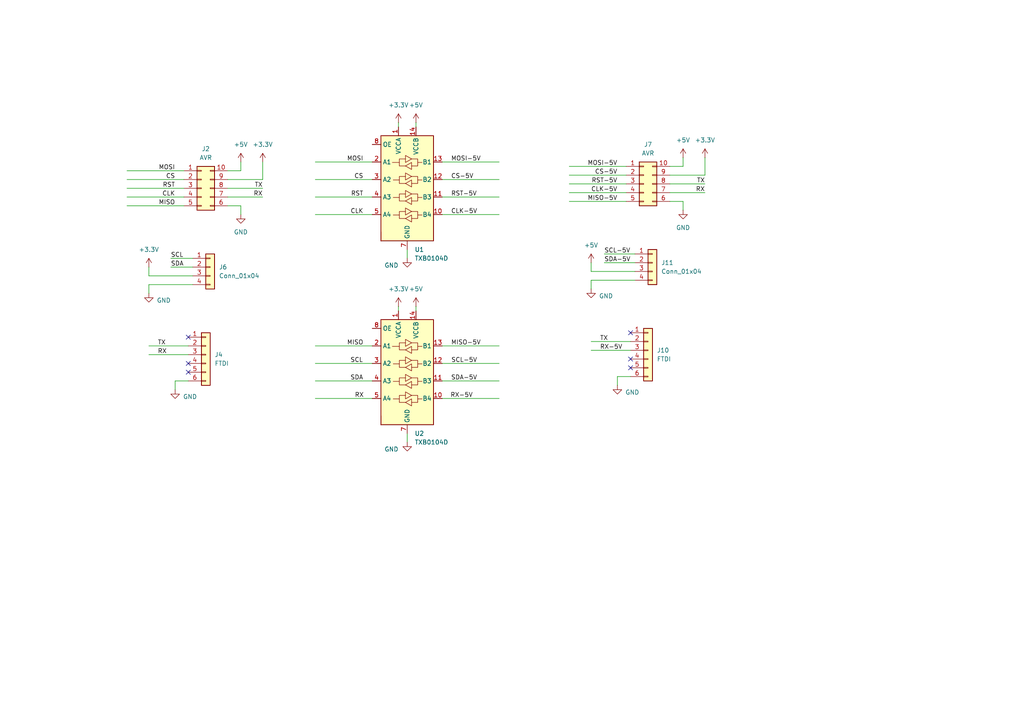
<source format=kicad_sch>
(kicad_sch (version 20250114) (generator "eeschema") (generator_version "9.0")
  (paper "A4")
  (lib_symbols
    (symbol "Connector_Generic:Conn_01x04" (pin_names (offset 1.016) (hide yes))
      (property "Reference" "J" (at 0 5.08 0))
      (property "Value" "Conn_01x04" (at 0 -7.62 0))
      (symbol "Conn_01x04_1_1"
        (rectangle (start -1.27 3.81) (end 1.27 -6.35) (stroke (width 0.254)) (fill (type background)))
        (rectangle (start -1.27 2.667) (end 0 2.413) (stroke (width 0.1524)))
        (rectangle (start -1.27 0.127) (end 0 -0.127) (stroke (width 0.1524)))
        (rectangle (start -1.27 -2.413) (end 0 -2.667) (stroke (width 0.1524)))
        (rectangle (start -1.27 -4.953) (end 0 -5.207) (stroke (width 0.1524)))
        (pin passive line (at -5.08 2.54 0) (length 3.81) (name "Pin_1") (number "1"))
        (pin passive line (at -5.08 0 0) (length 3.81) (name "Pin_2") (number "2"))
        (pin passive line (at -5.08 -2.54 0) (length 3.81) (name "Pin_3") (number "3"))
        (pin passive line (at -5.08 -5.08 0) (length 3.81) (name "Pin_4") (number "4"))
      )
    )
    (symbol "Connector_Generic:Conn_01x06" (pin_names (offset 1.016) (hide yes))
      (property "Reference" "J" (at 0 7.62 0))
      (property "Value" "Conn_01x06" (at 0 -10.16 0))
      (symbol "Conn_01x06_1_1"
        (rectangle (start -1.27 6.35) (end 1.27 -8.89) (stroke (width 0.254)) (fill (type background)))
        (rectangle (start -1.27 5.207) (end 0 4.953) (stroke (width 0.1524)))
        (rectangle (start -1.27 2.667) (end 0 2.413) (stroke (width 0.1524)))
        (rectangle (start -1.27 0.127) (end 0 -0.127) (stroke (width 0.1524)))
        (rectangle (start -1.27 -2.413) (end 0 -2.667) (stroke (width 0.1524)))
        (rectangle (start -1.27 -4.953) (end 0 -5.207) (stroke (width 0.1524)))
        (rectangle (start -1.27 -7.493) (end 0 -7.747) (stroke (width 0.1524)))
        (pin passive line (at -5.08 5.08 0) (length 3.81) (name "Pin_1") (number "1"))
        (pin passive line (at -5.08 2.54 0) (length 3.81) (name "Pin_2") (number "2"))
        (pin passive line (at -5.08 0 0) (length 3.81) (name "Pin_3") (number "3"))
        (pin passive line (at -5.08 -2.54 0) (length 3.81) (name "Pin_4") (number "4"))
        (pin passive line (at -5.08 -5.08 0) (length 3.81) (name "Pin_5") (number "5"))
        (pin passive line (at -5.08 -7.62 0) (length 3.81) (name "Pin_6") (number "6"))
      )
    )
    (symbol "Connector_Generic:Conn_02x05_Counter_Clockwise" (pin_names (offset 1.016) (hide yes))
      (property "Reference" "J" (at 1.27 7.62 0))
      (property "Value" "Conn_02x05_Counter_Clockwise" (at 1.27 -7.62 0))
      (symbol "Conn_02x05_Counter_Clockwise_1_1"
        (rectangle (start -1.27 6.35) (end 3.81 -6.35) (stroke (width 0.254)) (fill (type background)))
        (rectangle (start -1.27 5.207) (end 0 4.953) (stroke (width 0.1524)))
        (rectangle (start -1.27 2.667) (end 0 2.413) (stroke (width 0.1524)))
        (rectangle (start -1.27 0.127) (end 0 -0.127) (stroke (width 0.1524)))
        (rectangle (start -1.27 -2.413) (end 0 -2.667) (stroke (width 0.1524)))
        (rectangle (start -1.27 -4.953) (end 0 -5.207) (stroke (width 0.1524)))
        (rectangle (start 3.81 5.207) (end 2.54 4.953) (stroke (width 0.1524)))
        (rectangle (start 3.81 2.667) (end 2.54 2.413) (stroke (width 0.1524)))
        (rectangle (start 3.81 0.127) (end 2.54 -0.127) (stroke (width 0.1524)))
        (rectangle (start 3.81 -2.413) (end 2.54 -2.667) (stroke (width 0.1524)))
        (rectangle (start 3.81 -4.953) (end 2.54 -5.207) (stroke (width 0.1524)))
        (pin passive line (at -5.08 5.08 0) (length 3.81) (name "Pin_1") (number "1"))
        (pin passive line (at -5.08 2.54 0) (length 3.81) (name "Pin_2") (number "2"))
        (pin passive line (at -5.08 0 0) (length 3.81) (name "Pin_3") (number "3"))
        (pin passive line (at -5.08 -2.54 0) (length 3.81) (name "Pin_4") (number "4"))
        (pin passive line (at -5.08 -5.08 0) (length 3.81) (name "Pin_5") (number "5"))
        (pin passive line (at 7.62 5.08 180) (length 3.81) (name "Pin_10") (number "10"))
        (pin passive line (at 7.62 2.54 180) (length 3.81) (name "Pin_9") (number "9"))
        (pin passive line (at 7.62 0 180) (length 3.81) (name "Pin_8") (number "8"))
        (pin passive line (at 7.62 -2.54 180) (length 3.81) (name "Pin_7") (number "7"))
        (pin passive line (at 7.62 -5.08 180) (length 3.81) (name "Pin_6") (number "6"))
      )
    )
    (symbol "Logic_LevelTranslator:TXB0104D"
      (property "Reference" "U" (at -6.35 16.51 0))
      (property "Value" "TXB0104D" (at 3.81 16.51 0))
      (symbol "TXB0104D_0_1"
        (rectangle (start -7.62 15.24) (end 7.62 -15.24) (stroke (width 0.254)) (fill (type background)))
        (rectangle (start -7.62 -15.24) (end -7.62 -12.7) (stroke (width 0.254)))
        (polyline (pts (xy -2.286 7.493) (xy -2.286 8.509) (xy -0.508 8.509)))
        (polyline (pts (xy -2.286 2.413) (xy -2.286 3.429) (xy -0.508 3.429)))
        (polyline (pts (xy -2.286 -2.667) (xy -2.286 -1.651) (xy -0.508 -1.651)))
        (polyline (pts (xy -2.286 -7.747) (xy -2.286 -6.731) (xy -0.508 -6.731)))
        (polyline (pts (xy -0.508 6.477) (xy -2.286 6.477) (xy -2.286 7.493) (xy -4.318 7.493)))
        (polyline (pts (xy -0.508 6.477) (xy 1.27 7.493) (xy 1.27 5.461) (xy -0.508 6.477)))
        (polyline (pts (xy -0.508 1.397) (xy -2.286 1.397) (xy -2.286 2.413) (xy -4.064 2.413)))
        (polyline (pts (xy -0.508 1.397) (xy 1.27 2.413) (xy 1.27 0.381) (xy -0.508 1.397)))
        (polyline (pts (xy -0.508 -3.683) (xy -2.286 -3.683) (xy -2.286 -2.667) (xy -4.064 -2.667)))
        (polyline (pts (xy -0.508 -3.683) (xy 1.27 -2.667) (xy 1.27 -4.699) (xy -0.508 -3.683)))
        (polyline (pts (xy -0.508 -8.763) (xy -2.286 -8.763) (xy -2.286 -7.747) (xy -4.064 -7.747)))
        (polyline (pts (xy -0.508 -8.763) (xy 1.27 -7.747) (xy 1.27 -9.779) (xy -0.508 -8.763)))
        (polyline (pts (xy 1.27 8.509) (xy -0.508 7.493) (xy -0.508 9.525) (xy 1.27 8.509)))
        (polyline (pts (xy 1.27 8.509) (xy 3.048 8.509) (xy 3.048 7.493) (xy 4.318 7.493)))
        (polyline (pts (xy 1.27 3.429) (xy -0.508 2.413) (xy -0.508 4.445) (xy 1.27 3.429)))
        (polyline (pts (xy 1.27 3.429) (xy 3.048 3.429) (xy 3.048 2.413) (xy 4.318 2.413)))
        (polyline (pts (xy 1.27 -1.651) (xy -0.508 -2.667) (xy -0.508 -0.635) (xy 1.27 -1.651)))
        (polyline (pts (xy 1.27 -1.651) (xy 3.048 -1.651) (xy 3.048 -2.667) (xy 4.318 -2.667)))
        (polyline (pts (xy 1.27 -6.731) (xy -0.508 -7.747) (xy -0.508 -5.715) (xy 1.27 -6.731)))
        (polyline (pts (xy 1.27 -6.731) (xy 3.048 -6.731) (xy 3.048 -7.747) (xy 4.318 -7.747)))
        (polyline (pts (xy 3.048 7.493) (xy 3.048 6.477) (xy 1.27 6.477)))
        (polyline (pts (xy 3.048 2.413) (xy 3.048 1.397) (xy 1.27 1.397)))
        (polyline (pts (xy 3.048 -2.667) (xy 3.048 -3.683) (xy 1.27 -3.683)))
        (polyline (pts (xy 3.048 -7.747) (xy 3.048 -8.763) (xy 1.27 -8.763)))
      )
      (symbol "TXB0104D_1_1"
        (pin input line (at -10.16 12.7 0) (length 2.54) (name "OE") (number "8"))
        (pin bidirectional line (at -10.16 7.62 0) (length 2.54) (name "A1") (number "2"))
        (pin bidirectional line (at -10.16 2.54 0) (length 2.54) (name "A2") (number "3"))
        (pin bidirectional line (at -10.16 -2.54 0) (length 2.54) (name "A3") (number "4"))
        (pin bidirectional line (at -10.16 -7.62 0) (length 2.54) (name "A4") (number "5"))
        (pin no_connect line (at -7.62 -12.7 0) (length 2.54) (hide yes) (name "NC") (number "6"))
        (pin power_in line (at -2.54 17.78 270) (length 2.54) (name "VCCA") (number "1"))
        (pin power_in line (at 0 -17.78 90) (length 2.54) (name "GND") (number "7"))
        (pin power_in line (at 2.54 17.78 270) (length 2.54) (name "VCCB") (number "14"))
        (pin no_connect line (at 7.62 -12.7 180) (length 2.54) (hide yes) (name "NC") (number "9"))
        (pin bidirectional line (at 10.16 7.62 180) (length 2.54) (name "B1") (number "13"))
        (pin bidirectional line (at 10.16 2.54 180) (length 2.54) (name "B2") (number "12"))
        (pin bidirectional line (at 10.16 -2.54 180) (length 2.54) (name "B3") (number "11"))
        (pin bidirectional line (at 10.16 -7.62 180) (length 2.54) (name "B4") (number "10"))
      )
    )
    (symbol "power:+3.3V" (power) (pin_numbers (hide yes)) (pin_names (offset 0) (hide yes))
      (property "Value" "+3.3V" (at 0 3.556 0))
      (symbol "+3.3V_0_1"
        (polyline (pts (xy -0.762 1.27) (xy 0 2.54)))
        (polyline (pts (xy 0 2.54) (xy 0.762 1.27)))
        (polyline (pts (xy 0 0) (xy 0 2.54)))
      )
      (symbol "+3.3V_1_1"
        (pin power_in line (at 0 0 90) (length 0) (name "~") (number "1"))
      )
    )
    (symbol "power:+5V" (power) (pin_numbers (hide yes)) (pin_names (offset 0) (hide yes))
      (property "Value" "+5V" (at 0 3.556 0))
      (symbol "+5V_0_1"
        (polyline (pts (xy -0.762 1.27) (xy 0 2.54)))
        (polyline (pts (xy 0 2.54) (xy 0.762 1.27)))
        (polyline (pts (xy 0 0) (xy 0 2.54)))
      )
      (symbol "+5V_1_1"
        (pin power_in line (at 0 0 90) (length 0) (name "~") (number "1"))
      )
    )
    (symbol "power:GND" (power) (pin_numbers (hide yes)) (pin_names (offset 0) (hide yes))
      (property "Value" "GND" (at 0 -3.81 0))
      (symbol "GND_0_1"
        (polyline (pts (xy 0 0) (xy 0 -1.27) (xy 1.27 -1.27) (xy 0 -2.54) (xy -1.27 -1.27) (xy 0 -1.27)))
      )
      (symbol "GND_1_1"
        (pin power_in line (at 0 0 270) (length 0) (name "~") (number "1"))
      )
    )
  )
  (no_connect (at 182.88 96.52))
  (no_connect (at 54.61 107.95))
  (no_connect (at 182.88 104.14))
  (no_connect (at 182.88 106.68))
  (no_connect (at 54.61 97.79))
  (no_connect (at 54.61 105.41))
  (wire (pts (xy 76.2 46.99) (xy 76.2 52.07)))
  (wire (pts (xy 91.44 100.33) (xy 107.95 100.33)))
  (wire (pts (xy 144.78 100.33) (xy 128.27 100.33)))
  (wire (pts (xy 91.44 105.41) (xy 107.95 105.41)))
  (wire (pts (xy 66.04 54.61) (xy 76.2 54.61)))
  (wire (pts (xy 144.78 105.41) (xy 128.27 105.41)))
  (wire (pts (xy 36.83 49.53) (xy 53.34 49.53)))
  (wire (pts (xy 179.07 109.22) (xy 179.07 111.76)))
  (wire (pts (xy 50.8 110.49) (xy 50.8 113.03)))
  (wire (pts (xy 120.65 88.9) (xy 120.65 90.17)))
  (wire (pts (xy 144.78 57.15) (xy 128.27 57.15)))
  (wire (pts (xy 165.1 58.42) (xy 181.61 58.42)))
  (wire (pts (xy 171.45 99.06) (xy 182.88 99.06)))
  (wire (pts (xy 49.53 77.47) (xy 55.88 77.47)))
  (wire (pts (xy 144.78 52.07) (xy 128.27 52.07)))
  (wire (pts (xy 194.31 53.34) (xy 204.47 53.34)))
  (wire (pts (xy 115.57 88.9) (xy 115.57 90.17)))
  (wire (pts (xy 175.26 73.66) (xy 184.15 73.66)))
  (wire (pts (xy 91.44 62.23) (xy 107.95 62.23)))
  (wire (pts (xy 91.44 52.07) (xy 107.95 52.07)))
  (wire (pts (xy 198.12 58.42) (xy 194.31 58.42)))
  (wire (pts (xy 171.45 78.74) (xy 184.15 78.74)))
  (wire (pts (xy 194.31 50.8) (xy 204.47 50.8)))
  (wire (pts (xy 198.12 48.26) (xy 194.31 48.26)))
  (wire (pts (xy 171.45 76.2) (xy 171.45 78.74)))
  (wire (pts (xy 91.44 110.49) (xy 107.95 110.49)))
  (wire (pts (xy 179.07 109.22) (xy 182.88 109.22)))
  (wire (pts (xy 43.18 80.01) (xy 55.88 80.01)))
  (wire (pts (xy 43.18 85.09) (xy 43.18 82.55)))
  (wire (pts (xy 36.83 57.15) (xy 53.34 57.15)))
  (wire (pts (xy 43.18 102.87) (xy 54.61 102.87)))
  (wire (pts (xy 91.44 57.15) (xy 107.95 57.15)))
  (wire (pts (xy 165.1 48.26) (xy 181.61 48.26)))
  (wire (pts (xy 69.85 49.53) (xy 66.04 49.53)))
  (wire (pts (xy 204.47 45.72) (xy 204.47 50.8)))
  (wire (pts (xy 36.83 52.07) (xy 53.34 52.07)))
  (wire (pts (xy 91.44 115.57) (xy 107.95 115.57)))
  (wire (pts (xy 120.65 35.56) (xy 120.65 36.83)))
  (wire (pts (xy 118.11 125.73) (xy 118.11 128.27)))
  (wire (pts (xy 144.78 115.57) (xy 128.27 115.57)))
  (wire (pts (xy 69.85 62.23) (xy 69.85 59.69)))
  (wire (pts (xy 69.85 59.69) (xy 66.04 59.69)))
  (wire (pts (xy 194.31 55.88) (xy 204.47 55.88)))
  (wire (pts (xy 49.53 74.93) (xy 55.88 74.93)))
  (wire (pts (xy 43.18 82.55) (xy 55.88 82.55)))
  (wire (pts (xy 171.45 101.6) (xy 182.88 101.6)))
  (wire (pts (xy 171.45 83.82) (xy 171.45 81.28)))
  (wire (pts (xy 144.78 46.99) (xy 128.27 46.99)))
  (wire (pts (xy 144.78 62.23) (xy 128.27 62.23)))
  (wire (pts (xy 66.04 57.15) (xy 76.2 57.15)))
  (wire (pts (xy 175.26 76.2) (xy 184.15 76.2)))
  (wire (pts (xy 43.18 100.33) (xy 54.61 100.33)))
  (wire (pts (xy 171.45 81.28) (xy 184.15 81.28)))
  (wire (pts (xy 144.78 110.49) (xy 128.27 110.49)))
  (wire (pts (xy 118.11 72.39) (xy 118.11 74.93)))
  (wire (pts (xy 198.12 45.72) (xy 198.12 48.26)))
  (wire (pts (xy 91.44 46.99) (xy 107.95 46.99)))
  (wire (pts (xy 115.57 35.56) (xy 115.57 36.83)))
  (wire (pts (xy 165.1 50.8) (xy 181.61 50.8)))
  (wire (pts (xy 36.83 59.69) (xy 53.34 59.69)))
  (wire (pts (xy 165.1 53.34) (xy 181.61 53.34)))
  (wire (pts (xy 43.18 77.47) (xy 43.18 80.01)))
  (wire (pts (xy 198.12 60.96) (xy 198.12 58.42)))
  (wire (pts (xy 66.04 52.07) (xy 76.2 52.07)))
  (wire (pts (xy 50.8 110.49) (xy 54.61 110.49)))
  (wire (pts (xy 165.1 55.88) (xy 181.61 55.88)))
  (wire (pts (xy 36.83 54.61) (xy 53.34 54.61)))
  (wire (pts (xy 69.85 46.99) (xy 69.85 49.53)))
  (label "CLK" (at 105.41 62.23 180))
  (label "SCL-5V" (at 138.43 105.41 180))
  (label "SDA" (at 49.53 77.47 0))
  (label "RST" (at 50.8 54.61 180))
  (label "TX" (at 76.2 54.61 180))
  (label "CS" (at 50.8 52.07 180))
  (label "SCL" (at 49.53 74.93 0))
  (label "SCL-5V" (at 175.26 73.66 0))
  (label "RST-5V" (at 179.07 53.34 180))
  (label "RX" (at 45.72 102.87 0))
  (label "MISO" (at 50.8 59.69 180))
  (label "CS-5V" (at 130.81 52.07 0))
  (label "MISO-5V" (at 179.07 58.42 180))
  (label "RX-5V" (at 173.99 101.6 0))
  (label "SDA-5V" (at 138.43 110.49 180))
  (label "RX" (at 102.87 115.57 0))
  (label "RX-5V" (at 137.16 115.57 180))
  (label "RST-5V" (at 130.81 57.15 0))
  (label "MISO-5V" (at 130.81 100.33 0))
  (label "CLK-5V" (at 179.07 55.88 180))
  (label "SDA-5V" (at 175.26 76.2 0))
  (label "RX" (at 204.47 55.88 180))
  (label "CLK" (at 50.8 57.15 180))
  (label "RST" (at 105.41 57.15 180))
  (label "TX" (at 173.99 99.06 0))
  (label "SCL" (at 101.6 105.41 0))
  (label "RX" (at 76.2 57.15 180))
  (label "MOSI" (at 50.8 49.53 180))
  (label "MOSI" (at 105.41 46.99 180))
  (label "MOSI-5V" (at 179.07 48.26 180))
  (label "TX" (at 204.47 53.34 180))
  (label "CLK-5V" (at 130.81 62.23 0))
  (label "CS" (at 105.41 52.07 180))
  (label "TX" (at 45.72 100.33 0))
  (label "SDA" (at 101.6 110.49 0))
  (label "MOSI-5V" (at 130.81 46.99 0))
  (label "CS-5V" (at 179.07 50.8 180))
  (label "MISO" (at 105.41 100.33 180))
  (symbol (lib_id "Connector_Generic:Conn_02x05_Counter_Clockwise") (at 186.69 53.34 0) (unit 1)
    (property "Reference" "J7" (at 187.96 41.91 0))
    (property "Value" "AVR" (at 187.96 44.45 0))
    (property "Description" "Generic connector, double row, 02x05, counter clockwise pin numbering scheme (similar to DIP package numbering), script generated (kicad-library-utils/schlib/autogen/connector/)" (effects (hide yes)))
  )
  (symbol (lib_id "Connector_Generic:Conn_02x05_Counter_Clockwise") (at 58.42 54.61 0) (unit 1)
    (property "Reference" "J2" (at 59.69 43.18 0))
    (property "Value" "AVR" (at 59.69 45.72 0))
    (property "Description" "Generic connector, double row, 02x05, counter clockwise pin numbering scheme (similar to DIP package numbering), script generated (kicad-library-utils/schlib/autogen/connector/)" (effects (hide yes)))
  )
  (symbol (lib_id "power:GND") (at 171.45 83.82 0) (unit 1)
    (property "Reference" "#PWR010" (effects (hide yes)))
    (property "Value" "GND" (at 175.768 85.852 0))
    (property "Description" "Power symbol creates a global label with name \"GND\" , ground" (effects (hide yes)))
  )
  (symbol (lib_id "power:+5V") (at 120.65 88.9 0) (unit 1)
    (property "Reference" "#PWR020" (effects (hide yes)))
    (property "Value" "+5V" (at 120.65 83.82 0))
    (property "Description" "Power symbol creates a global label with name \"+5V\"" (effects (hide yes)))
  )
  (symbol (lib_id "power:GND") (at 118.11 74.93 0) (unit 1)
    (property "Reference" "#PWR012" (effects (hide yes)))
    (property "Value" "GND" (at 113.538 76.962 0))
    (property "Description" "Power symbol creates a global label with name \"GND\" , ground" (effects (hide yes)))
  )
  (symbol (lib_id "power:GND") (at 69.85 62.23 0) (unit 1)
    (property "Reference" "#PWR08" (effects (hide yes)))
    (property "Value" "GND" (at 69.85 67.31 0))
    (property "Description" "Power symbol creates a global label with name \"GND\" , ground" (effects (hide yes)))
  )
  (symbol (lib_id "power:+3.3V") (at 76.2 46.99 0) (unit 1)
    (property "Reference" "#PWR09" (effects (hide yes)))
    (property "Value" "+3.3V" (at 76.2 41.91 0))
    (property "Description" "Power symbol creates a global label with name \"+3.3V\"" (effects (hide yes)))
  )
  (symbol (lib_id "power:GND") (at 179.07 111.76 0) (unit 1)
    (property "Reference" "#PWR017" (effects (hide yes)))
    (property "Value" "GND" (at 183.388 113.792 0))
    (property "Description" "Power symbol creates a global label with name \"GND\" , ground" (effects (hide yes)))
  )
  (symbol (lib_id "power:+3.3V") (at 43.18 77.47 0) (unit 1)
    (property "Reference" "#PWR04" (effects (hide yes)))
    (property "Value" "+3.3V" (at 43.18 72.39 0))
    (property "Description" "Power symbol creates a global label with name \"+3.3V\"" (effects (hide yes)))
  )
  (symbol (lib_id "power:+5V") (at 69.85 46.99 0) (unit 1)
    (property "Reference" "#PWR07" (effects (hide yes)))
    (property "Value" "+5V" (at 69.85 41.91 0))
    (property "Description" "Power symbol creates a global label with name \"+5V\"" (effects (hide yes)))
  )
  (symbol (lib_id "power:GND") (at 198.12 60.96 0) (unit 1)
    (property "Reference" "#PWR014" (effects (hide yes)))
    (property "Value" "GND" (at 198.12 66.04 0))
    (property "Description" "Power symbol creates a global label with name \"GND\" , ground" (effects (hide yes)))
  )
  (symbol (lib_id "power:GND") (at 43.18 85.09 0) (unit 1)
    (property "Reference" "#PWR05" (effects (hide yes)))
    (property "Value" "GND" (at 47.498 87.122 0))
    (property "Description" "Power symbol creates a global label with name \"GND\" , ground" (effects (hide yes)))
  )
  (symbol (lib_id "Connector_Generic:Conn_01x04") (at 189.23 76.2 0) (unit 1)
    (property "Reference" "J11" (at 191.77 76.1999 0) (effects (justify left)))
    (property "Value" "Conn_01x04" (at 191.77 78.7399 0) (effects (justify left)))
    (property "Description" "Generic connector, single row, 01x04, script generated (kicad-library-utils/schlib/autogen/connector/)" (effects (hide yes)))
  )
  (symbol (lib_id "power:+3.3V") (at 115.57 35.56 0) (unit 1)
    (property "Reference" "#PWR01" (effects (hide yes)))
    (property "Value" "+3.3V" (at 115.57 30.48 0))
    (property "Description" "Power symbol creates a global label with name \"+3.3V\"" (effects (hide yes)))
  )
  (symbol (lib_id "power:+5V") (at 198.12 45.72 0) (unit 1)
    (property "Reference" "#PWR013" (effects (hide yes)))
    (property "Value" "+5V" (at 198.12 40.64 0))
    (property "Description" "Power symbol creates a global label with name \"+5V\"" (effects (hide yes)))
  )
  (symbol (lib_id "power:GND") (at 118.11 128.27 0) (unit 1)
    (property "Reference" "#PWR019" (effects (hide yes)))
    (property "Value" "GND" (at 113.538 130.302 0))
    (property "Description" "Power symbol creates a global label with name \"GND\" , ground" (effects (hide yes)))
  )
  (symbol (lib_id "power:+3.3V") (at 171.45 76.2 0) (unit 1)
    (property "Reference" "#PWR06" (effects (hide yes)))
    (property "Value" "+5V" (at 171.45 71.12 0))
    (property "Description" "Power symbol creates a global label with name \"+3.3V\"" (effects (hide yes)))
  )
  (symbol (lib_id "Logic_LevelTranslator:TXB0104D") (at 118.11 107.95 0) (unit 1)
    (property "Reference" "U2" (at 120.2533 125.73 0) (effects (justify left)))
    (property "Value" "TXB0104D" (at 120.2533 128.27 0) (effects (justify left)))
    (property "Footprint" "Package_SO:SOIC-14_3.9x8.7mm_P1.27mm" (effects (hide yes)))
    (property "Datasheet" "http://www.ti.com/lit/ds/symlink/txb0104.pdf" (effects (hide yes)))
    (property "Description" "4-Bit Bidirectional Voltage-Level Translator, Auto Direction Sensing and ±15-kV ESD Protection, 1.2 - 3.6V APort, 1.65 - 5.5V BPort, SOIC-14" (effects (hide yes)))
  )
  (symbol (lib_id "power:+3.3V") (at 115.57 88.9 0) (unit 1)
    (property "Reference" "#PWR018" (effects (hide yes)))
    (property "Value" "+3.3V" (at 115.57 83.82 0))
    (property "Description" "Power symbol creates a global label with name \"+3.3V\"" (effects (hide yes)))
  )
  (symbol (lib_id "power:GND") (at 50.8 113.03 0) (unit 1)
    (property "Reference" "#PWR016" (effects (hide yes)))
    (property "Value" "GND" (at 55.118 115.062 0))
    (property "Description" "Power symbol creates a global label with name \"GND\" , ground" (effects (hide yes)))
  )
  (symbol (lib_id "power:+5V") (at 120.65 35.56 0) (unit 1)
    (property "Reference" "#PWR03" (effects (hide yes)))
    (property "Value" "+5V" (at 120.65 30.48 0))
    (property "Description" "Power symbol creates a global label with name \"+5V\"" (effects (hide yes)))
  )
  (symbol (lib_id "Logic_LevelTranslator:TXB0104D") (at 118.11 54.61 0) (unit 1)
    (property "Reference" "U1" (at 120.2533 72.39 0) (effects (justify left)))
    (property "Value" "TXB0104D" (at 120.2533 74.93 0) (effects (justify left)))
    (property "Footprint" "Package_SO:SOIC-14_3.9x8.7mm_P1.27mm" (effects (hide yes)))
    (property "Datasheet" "http://www.ti.com/lit/ds/symlink/txb0104.pdf" (effects (hide yes)))
    (property "Description" "4-Bit Bidirectional Voltage-Level Translator, Auto Direction Sensing and ±15-kV ESD Protection, 1.2 - 3.6V APort, 1.65 - 5.5V BPort, SOIC-14" (effects (hide yes)))
  )
  (symbol (lib_id "Connector_Generic:Conn_01x06") (at 187.96 101.6 0) (unit 1)
    (property "Reference" "J10" (at 190.5 101.5999 0) (effects (justify left)))
    (property "Value" "FTDI" (at 190.5 104.1399 0) (effects (justify left)))
    (property "Description" "Generic connector, single row, 01x06, script generated (kicad-library-utils/schlib/autogen/connector/)" (effects (hide yes)))
  )
  (symbol (lib_id "Connector_Generic:Conn_01x04") (at 60.96 77.47 0) (unit 1)
    (property "Reference" "J6" (at 63.5 77.4699 0) (effects (justify left)))
    (property "Value" "Conn_01x04" (at 63.5 80.0099 0) (effects (justify left)))
    (property "Description" "Generic connector, single row, 01x04, script generated (kicad-library-utils/schlib/autogen/connector/)" (effects (hide yes)))
  )
  (symbol (lib_id "power:+3.3V") (at 204.47 45.72 0) (unit 1)
    (property "Reference" "#PWR015" (effects (hide yes)))
    (property "Value" "+3.3V" (at 204.47 40.64 0))
    (property "Description" "Power symbol creates a global label with name \"+3.3V\"" (effects (hide yes)))
  )
  (symbol (lib_id "Connector_Generic:Conn_01x06") (at 59.69 102.87 0) (unit 1)
    (property "Reference" "J4" (at 62.23 102.8699 0) (effects (justify left)))
    (property "Value" "FTDI" (at 62.23 105.4099 0) (effects (justify left)))
    (property "Description" "Generic connector, single row, 01x06, script generated (kicad-library-utils/schlib/autogen/connector/)" (effects (hide yes)))
  )
)
</source>
